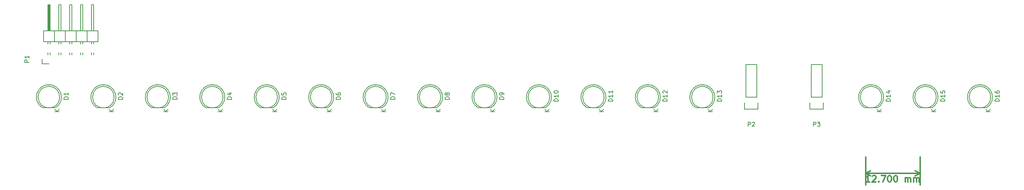
<source format=gbr>
G04 #@! TF.FileFunction,Legend,Top*
%FSLAX46Y46*%
G04 Gerber Fmt 4.6, Leading zero omitted, Abs format (unit mm)*
G04 Created by KiCad (PCBNEW 4.0.2-stable) date Friday, 05 August 2016 'pmt' 13:44:12*
%MOMM*%
G01*
G04 APERTURE LIST*
%ADD10C,0.100000*%
%ADD11C,0.300000*%
%ADD12C,0.150000*%
G04 APERTURE END LIST*
D10*
D11*
X242292858Y-132838571D02*
X241435715Y-132838571D01*
X241864287Y-132838571D02*
X241864287Y-131338571D01*
X241721430Y-131552857D01*
X241578572Y-131695714D01*
X241435715Y-131767143D01*
X242864286Y-131481429D02*
X242935715Y-131410000D01*
X243078572Y-131338571D01*
X243435715Y-131338571D01*
X243578572Y-131410000D01*
X243650001Y-131481429D01*
X243721429Y-131624286D01*
X243721429Y-131767143D01*
X243650001Y-131981429D01*
X242792858Y-132838571D01*
X243721429Y-132838571D01*
X244364286Y-132695714D02*
X244435714Y-132767143D01*
X244364286Y-132838571D01*
X244292857Y-132767143D01*
X244364286Y-132695714D01*
X244364286Y-132838571D01*
X244935715Y-131338571D02*
X245935715Y-131338571D01*
X245292858Y-132838571D01*
X246792857Y-131338571D02*
X246935714Y-131338571D01*
X247078571Y-131410000D01*
X247150000Y-131481429D01*
X247221429Y-131624286D01*
X247292857Y-131910000D01*
X247292857Y-132267143D01*
X247221429Y-132552857D01*
X247150000Y-132695714D01*
X247078571Y-132767143D01*
X246935714Y-132838571D01*
X246792857Y-132838571D01*
X246650000Y-132767143D01*
X246578571Y-132695714D01*
X246507143Y-132552857D01*
X246435714Y-132267143D01*
X246435714Y-131910000D01*
X246507143Y-131624286D01*
X246578571Y-131481429D01*
X246650000Y-131410000D01*
X246792857Y-131338571D01*
X248221428Y-131338571D02*
X248364285Y-131338571D01*
X248507142Y-131410000D01*
X248578571Y-131481429D01*
X248650000Y-131624286D01*
X248721428Y-131910000D01*
X248721428Y-132267143D01*
X248650000Y-132552857D01*
X248578571Y-132695714D01*
X248507142Y-132767143D01*
X248364285Y-132838571D01*
X248221428Y-132838571D01*
X248078571Y-132767143D01*
X248007142Y-132695714D01*
X247935714Y-132552857D01*
X247864285Y-132267143D01*
X247864285Y-131910000D01*
X247935714Y-131624286D01*
X248007142Y-131481429D01*
X248078571Y-131410000D01*
X248221428Y-131338571D01*
X250507142Y-132838571D02*
X250507142Y-131838571D01*
X250507142Y-131981429D02*
X250578570Y-131910000D01*
X250721428Y-131838571D01*
X250935713Y-131838571D01*
X251078570Y-131910000D01*
X251149999Y-132052857D01*
X251149999Y-132838571D01*
X251149999Y-132052857D02*
X251221428Y-131910000D01*
X251364285Y-131838571D01*
X251578570Y-131838571D01*
X251721428Y-131910000D01*
X251792856Y-132052857D01*
X251792856Y-132838571D01*
X252507142Y-132838571D02*
X252507142Y-131838571D01*
X252507142Y-131981429D02*
X252578570Y-131910000D01*
X252721428Y-131838571D01*
X252935713Y-131838571D01*
X253078570Y-131910000D01*
X253149999Y-132052857D01*
X253149999Y-132838571D01*
X253149999Y-132052857D02*
X253221428Y-131910000D01*
X253364285Y-131838571D01*
X253578570Y-131838571D01*
X253721428Y-131910000D01*
X253792856Y-132052857D01*
X253792856Y-132838571D01*
X241300000Y-130810000D02*
X254000000Y-130810000D01*
X241300000Y-127000000D02*
X241300000Y-133510000D01*
X254000000Y-127000000D02*
X254000000Y-133510000D01*
X254000000Y-130810000D02*
X252873496Y-131396421D01*
X254000000Y-130810000D02*
X252873496Y-130223579D01*
X241300000Y-130810000D02*
X242426504Y-131396421D01*
X241300000Y-130810000D02*
X242426504Y-130223579D01*
D12*
X215900000Y-113030000D02*
X215900000Y-105410000D01*
X213360000Y-113030000D02*
X213360000Y-105410000D01*
X213080000Y-115850000D02*
X213080000Y-114300000D01*
X215900000Y-105410000D02*
X213360000Y-105410000D01*
X213360000Y-113030000D02*
X215900000Y-113030000D01*
X216180000Y-114300000D02*
X216180000Y-115850000D01*
X216180000Y-115850000D02*
X213080000Y-115850000D01*
X52324904Y-115514888D02*
G75*
G03X49300000Y-115530000I-1524904J2484888D01*
G01*
X52300000Y-115530000D02*
X49300000Y-115530000D01*
X53317936Y-113030000D02*
G75*
G03X53317936Y-113030000I-2517936J0D01*
G01*
X65024904Y-115514888D02*
G75*
G03X62000000Y-115530000I-1524904J2484888D01*
G01*
X65000000Y-115530000D02*
X62000000Y-115530000D01*
X66017936Y-113030000D02*
G75*
G03X66017936Y-113030000I-2517936J0D01*
G01*
X77724904Y-115514888D02*
G75*
G03X74700000Y-115530000I-1524904J2484888D01*
G01*
X77700000Y-115530000D02*
X74700000Y-115530000D01*
X78717936Y-113030000D02*
G75*
G03X78717936Y-113030000I-2517936J0D01*
G01*
X90424904Y-115514888D02*
G75*
G03X87400000Y-115530000I-1524904J2484888D01*
G01*
X90400000Y-115530000D02*
X87400000Y-115530000D01*
X91417936Y-113030000D02*
G75*
G03X91417936Y-113030000I-2517936J0D01*
G01*
X103124904Y-115514888D02*
G75*
G03X100100000Y-115530000I-1524904J2484888D01*
G01*
X103100000Y-115530000D02*
X100100000Y-115530000D01*
X104117936Y-113030000D02*
G75*
G03X104117936Y-113030000I-2517936J0D01*
G01*
X115824904Y-115514888D02*
G75*
G03X112800000Y-115530000I-1524904J2484888D01*
G01*
X115800000Y-115530000D02*
X112800000Y-115530000D01*
X116817936Y-113030000D02*
G75*
G03X116817936Y-113030000I-2517936J0D01*
G01*
X128524904Y-115514888D02*
G75*
G03X125500000Y-115530000I-1524904J2484888D01*
G01*
X128500000Y-115530000D02*
X125500000Y-115530000D01*
X129517936Y-113030000D02*
G75*
G03X129517936Y-113030000I-2517936J0D01*
G01*
X141224904Y-115514888D02*
G75*
G03X138200000Y-115530000I-1524904J2484888D01*
G01*
X141200000Y-115530000D02*
X138200000Y-115530000D01*
X142217936Y-113030000D02*
G75*
G03X142217936Y-113030000I-2517936J0D01*
G01*
X153924904Y-115514888D02*
G75*
G03X150900000Y-115530000I-1524904J2484888D01*
G01*
X153900000Y-115530000D02*
X150900000Y-115530000D01*
X154917936Y-113030000D02*
G75*
G03X154917936Y-113030000I-2517936J0D01*
G01*
X166624904Y-115514888D02*
G75*
G03X163600000Y-115530000I-1524904J2484888D01*
G01*
X166600000Y-115530000D02*
X163600000Y-115530000D01*
X167617936Y-113030000D02*
G75*
G03X167617936Y-113030000I-2517936J0D01*
G01*
X179324904Y-115514888D02*
G75*
G03X176300000Y-115530000I-1524904J2484888D01*
G01*
X179300000Y-115530000D02*
X176300000Y-115530000D01*
X180317936Y-113030000D02*
G75*
G03X180317936Y-113030000I-2517936J0D01*
G01*
X192024904Y-115514888D02*
G75*
G03X189000000Y-115530000I-1524904J2484888D01*
G01*
X192000000Y-115530000D02*
X189000000Y-115530000D01*
X193017936Y-113030000D02*
G75*
G03X193017936Y-113030000I-2517936J0D01*
G01*
X204724904Y-115514888D02*
G75*
G03X201700000Y-115530000I-1524904J2484888D01*
G01*
X204700000Y-115530000D02*
X201700000Y-115530000D01*
X205717936Y-113030000D02*
G75*
G03X205717936Y-113030000I-2517936J0D01*
G01*
X244094904Y-115514888D02*
G75*
G03X241070000Y-115530000I-1524904J2484888D01*
G01*
X244070000Y-115530000D02*
X241070000Y-115530000D01*
X245087936Y-113030000D02*
G75*
G03X245087936Y-113030000I-2517936J0D01*
G01*
X256794904Y-115514888D02*
G75*
G03X253770000Y-115530000I-1524904J2484888D01*
G01*
X256770000Y-115530000D02*
X253770000Y-115530000D01*
X257787936Y-113030000D02*
G75*
G03X257787936Y-113030000I-2517936J0D01*
G01*
X269494904Y-115514888D02*
G75*
G03X266470000Y-115530000I-1524904J2484888D01*
G01*
X269470000Y-115530000D02*
X266470000Y-115530000D01*
X270487936Y-113030000D02*
G75*
G03X270487936Y-113030000I-2517936J0D01*
G01*
X61214000Y-102616000D02*
X61214000Y-103124000D01*
X60706000Y-102616000D02*
X60706000Y-103124000D01*
X58674000Y-102616000D02*
X58674000Y-103124000D01*
X58166000Y-102616000D02*
X58166000Y-103124000D01*
X50546000Y-102616000D02*
X50546000Y-103124000D01*
X51054000Y-102616000D02*
X51054000Y-103124000D01*
X56134000Y-102616000D02*
X56134000Y-103124000D01*
X55626000Y-102616000D02*
X55626000Y-103124000D01*
X53594000Y-102616000D02*
X53594000Y-103124000D01*
X53086000Y-102616000D02*
X53086000Y-103124000D01*
X61214000Y-100076000D02*
X61214000Y-100584000D01*
X60706000Y-100076000D02*
X60706000Y-100584000D01*
X50546000Y-100076000D02*
X50546000Y-100584000D01*
X51054000Y-100076000D02*
X51054000Y-100584000D01*
X53086000Y-100076000D02*
X53086000Y-100584000D01*
X53594000Y-100076000D02*
X53594000Y-100584000D01*
X58674000Y-100076000D02*
X58674000Y-100584000D01*
X58166000Y-100076000D02*
X58166000Y-100584000D01*
X56134000Y-100076000D02*
X56134000Y-100584000D01*
X55626000Y-100076000D02*
X55626000Y-100584000D01*
X49250000Y-104140000D02*
X49250000Y-105290000D01*
X49250000Y-105290000D02*
X50800000Y-105290000D01*
X50673000Y-97536000D02*
X50673000Y-91567000D01*
X50673000Y-91567000D02*
X50927000Y-91567000D01*
X50927000Y-91567000D02*
X50927000Y-97409000D01*
X50927000Y-97409000D02*
X50800000Y-97409000D01*
X50800000Y-97409000D02*
X50800000Y-91567000D01*
X59690000Y-100076000D02*
X59690000Y-97536000D01*
X59690000Y-100076000D02*
X62230000Y-100076000D01*
X60706000Y-97536000D02*
X60706000Y-91440000D01*
X60706000Y-91440000D02*
X61214000Y-91440000D01*
X61214000Y-91440000D02*
X61214000Y-97536000D01*
X62230000Y-97536000D02*
X59690000Y-97536000D01*
X62230000Y-100076000D02*
X62230000Y-97536000D01*
X54610000Y-100076000D02*
X54610000Y-97536000D01*
X54610000Y-100076000D02*
X57150000Y-100076000D01*
X57150000Y-100076000D02*
X57150000Y-97536000D01*
X55626000Y-97536000D02*
X55626000Y-91440000D01*
X55626000Y-91440000D02*
X56134000Y-91440000D01*
X56134000Y-91440000D02*
X56134000Y-97536000D01*
X57150000Y-97536000D02*
X54610000Y-97536000D01*
X59690000Y-97536000D02*
X57150000Y-97536000D01*
X58674000Y-91440000D02*
X58674000Y-97536000D01*
X58166000Y-91440000D02*
X58674000Y-91440000D01*
X58166000Y-97536000D02*
X58166000Y-91440000D01*
X59690000Y-100076000D02*
X59690000Y-97536000D01*
X57150000Y-100076000D02*
X59690000Y-100076000D01*
X57150000Y-100076000D02*
X57150000Y-97536000D01*
X52070000Y-100076000D02*
X52070000Y-97536000D01*
X52070000Y-100076000D02*
X54610000Y-100076000D01*
X54610000Y-100076000D02*
X54610000Y-97536000D01*
X53086000Y-97536000D02*
X53086000Y-91440000D01*
X53086000Y-91440000D02*
X53594000Y-91440000D01*
X53594000Y-91440000D02*
X53594000Y-97536000D01*
X54610000Y-97536000D02*
X52070000Y-97536000D01*
X52070000Y-97536000D02*
X49530000Y-97536000D01*
X51054000Y-91440000D02*
X51054000Y-97536000D01*
X50546000Y-91440000D02*
X51054000Y-91440000D01*
X50546000Y-97536000D02*
X50546000Y-91440000D01*
X52070000Y-100076000D02*
X52070000Y-97536000D01*
X49530000Y-100076000D02*
X52070000Y-100076000D01*
X49530000Y-100076000D02*
X49530000Y-97536000D01*
X231140000Y-113030000D02*
X231140000Y-105410000D01*
X228600000Y-113030000D02*
X228600000Y-105410000D01*
X228320000Y-115850000D02*
X228320000Y-114300000D01*
X231140000Y-105410000D02*
X228600000Y-105410000D01*
X228600000Y-113030000D02*
X231140000Y-113030000D01*
X231420000Y-114300000D02*
X231420000Y-115850000D01*
X231420000Y-115850000D02*
X228320000Y-115850000D01*
X213891905Y-119852381D02*
X213891905Y-118852381D01*
X214272858Y-118852381D01*
X214368096Y-118900000D01*
X214415715Y-118947619D01*
X214463334Y-119042857D01*
X214463334Y-119185714D01*
X214415715Y-119280952D01*
X214368096Y-119328571D01*
X214272858Y-119376190D01*
X213891905Y-119376190D01*
X214844286Y-118947619D02*
X214891905Y-118900000D01*
X214987143Y-118852381D01*
X215225239Y-118852381D01*
X215320477Y-118900000D01*
X215368096Y-118947619D01*
X215415715Y-119042857D01*
X215415715Y-119138095D01*
X215368096Y-119280952D01*
X214796667Y-119852381D01*
X215415715Y-119852381D01*
X55316381Y-113514095D02*
X54316381Y-113514095D01*
X54316381Y-113276000D01*
X54364000Y-113133142D01*
X54459238Y-113037904D01*
X54554476Y-112990285D01*
X54744952Y-112942666D01*
X54887810Y-112942666D01*
X55078286Y-112990285D01*
X55173524Y-113037904D01*
X55268762Y-113133142D01*
X55316381Y-113276000D01*
X55316381Y-113514095D01*
X55316381Y-111990285D02*
X55316381Y-112561714D01*
X55316381Y-112276000D02*
X54316381Y-112276000D01*
X54459238Y-112371238D01*
X54554476Y-112466476D01*
X54602095Y-112561714D01*
X53157381Y-116466905D02*
X52157381Y-116466905D01*
X53157381Y-115895476D02*
X52585952Y-116324048D01*
X52157381Y-115895476D02*
X52728810Y-116466905D01*
X68016381Y-113514095D02*
X67016381Y-113514095D01*
X67016381Y-113276000D01*
X67064000Y-113133142D01*
X67159238Y-113037904D01*
X67254476Y-112990285D01*
X67444952Y-112942666D01*
X67587810Y-112942666D01*
X67778286Y-112990285D01*
X67873524Y-113037904D01*
X67968762Y-113133142D01*
X68016381Y-113276000D01*
X68016381Y-113514095D01*
X67111619Y-112561714D02*
X67064000Y-112514095D01*
X67016381Y-112418857D01*
X67016381Y-112180761D01*
X67064000Y-112085523D01*
X67111619Y-112037904D01*
X67206857Y-111990285D01*
X67302095Y-111990285D01*
X67444952Y-112037904D01*
X68016381Y-112609333D01*
X68016381Y-111990285D01*
X65857381Y-116466905D02*
X64857381Y-116466905D01*
X65857381Y-115895476D02*
X65285952Y-116324048D01*
X64857381Y-115895476D02*
X65428810Y-116466905D01*
X80716381Y-113514095D02*
X79716381Y-113514095D01*
X79716381Y-113276000D01*
X79764000Y-113133142D01*
X79859238Y-113037904D01*
X79954476Y-112990285D01*
X80144952Y-112942666D01*
X80287810Y-112942666D01*
X80478286Y-112990285D01*
X80573524Y-113037904D01*
X80668762Y-113133142D01*
X80716381Y-113276000D01*
X80716381Y-113514095D01*
X79716381Y-112609333D02*
X79716381Y-111990285D01*
X80097333Y-112323619D01*
X80097333Y-112180761D01*
X80144952Y-112085523D01*
X80192571Y-112037904D01*
X80287810Y-111990285D01*
X80525905Y-111990285D01*
X80621143Y-112037904D01*
X80668762Y-112085523D01*
X80716381Y-112180761D01*
X80716381Y-112466476D01*
X80668762Y-112561714D01*
X80621143Y-112609333D01*
X78557381Y-116466905D02*
X77557381Y-116466905D01*
X78557381Y-115895476D02*
X77985952Y-116324048D01*
X77557381Y-115895476D02*
X78128810Y-116466905D01*
X93416381Y-113514095D02*
X92416381Y-113514095D01*
X92416381Y-113276000D01*
X92464000Y-113133142D01*
X92559238Y-113037904D01*
X92654476Y-112990285D01*
X92844952Y-112942666D01*
X92987810Y-112942666D01*
X93178286Y-112990285D01*
X93273524Y-113037904D01*
X93368762Y-113133142D01*
X93416381Y-113276000D01*
X93416381Y-113514095D01*
X92749714Y-112085523D02*
X93416381Y-112085523D01*
X92368762Y-112323619D02*
X93083048Y-112561714D01*
X93083048Y-111942666D01*
X91257381Y-116466905D02*
X90257381Y-116466905D01*
X91257381Y-115895476D02*
X90685952Y-116324048D01*
X90257381Y-115895476D02*
X90828810Y-116466905D01*
X106116381Y-113514095D02*
X105116381Y-113514095D01*
X105116381Y-113276000D01*
X105164000Y-113133142D01*
X105259238Y-113037904D01*
X105354476Y-112990285D01*
X105544952Y-112942666D01*
X105687810Y-112942666D01*
X105878286Y-112990285D01*
X105973524Y-113037904D01*
X106068762Y-113133142D01*
X106116381Y-113276000D01*
X106116381Y-113514095D01*
X105116381Y-112037904D02*
X105116381Y-112514095D01*
X105592571Y-112561714D01*
X105544952Y-112514095D01*
X105497333Y-112418857D01*
X105497333Y-112180761D01*
X105544952Y-112085523D01*
X105592571Y-112037904D01*
X105687810Y-111990285D01*
X105925905Y-111990285D01*
X106021143Y-112037904D01*
X106068762Y-112085523D01*
X106116381Y-112180761D01*
X106116381Y-112418857D01*
X106068762Y-112514095D01*
X106021143Y-112561714D01*
X103957381Y-116466905D02*
X102957381Y-116466905D01*
X103957381Y-115895476D02*
X103385952Y-116324048D01*
X102957381Y-115895476D02*
X103528810Y-116466905D01*
X118816381Y-113514095D02*
X117816381Y-113514095D01*
X117816381Y-113276000D01*
X117864000Y-113133142D01*
X117959238Y-113037904D01*
X118054476Y-112990285D01*
X118244952Y-112942666D01*
X118387810Y-112942666D01*
X118578286Y-112990285D01*
X118673524Y-113037904D01*
X118768762Y-113133142D01*
X118816381Y-113276000D01*
X118816381Y-113514095D01*
X117816381Y-112085523D02*
X117816381Y-112276000D01*
X117864000Y-112371238D01*
X117911619Y-112418857D01*
X118054476Y-112514095D01*
X118244952Y-112561714D01*
X118625905Y-112561714D01*
X118721143Y-112514095D01*
X118768762Y-112466476D01*
X118816381Y-112371238D01*
X118816381Y-112180761D01*
X118768762Y-112085523D01*
X118721143Y-112037904D01*
X118625905Y-111990285D01*
X118387810Y-111990285D01*
X118292571Y-112037904D01*
X118244952Y-112085523D01*
X118197333Y-112180761D01*
X118197333Y-112371238D01*
X118244952Y-112466476D01*
X118292571Y-112514095D01*
X118387810Y-112561714D01*
X116657381Y-116466905D02*
X115657381Y-116466905D01*
X116657381Y-115895476D02*
X116085952Y-116324048D01*
X115657381Y-115895476D02*
X116228810Y-116466905D01*
X131516381Y-113514095D02*
X130516381Y-113514095D01*
X130516381Y-113276000D01*
X130564000Y-113133142D01*
X130659238Y-113037904D01*
X130754476Y-112990285D01*
X130944952Y-112942666D01*
X131087810Y-112942666D01*
X131278286Y-112990285D01*
X131373524Y-113037904D01*
X131468762Y-113133142D01*
X131516381Y-113276000D01*
X131516381Y-113514095D01*
X130516381Y-112609333D02*
X130516381Y-111942666D01*
X131516381Y-112371238D01*
X129357381Y-116466905D02*
X128357381Y-116466905D01*
X129357381Y-115895476D02*
X128785952Y-116324048D01*
X128357381Y-115895476D02*
X128928810Y-116466905D01*
X144216381Y-113514095D02*
X143216381Y-113514095D01*
X143216381Y-113276000D01*
X143264000Y-113133142D01*
X143359238Y-113037904D01*
X143454476Y-112990285D01*
X143644952Y-112942666D01*
X143787810Y-112942666D01*
X143978286Y-112990285D01*
X144073524Y-113037904D01*
X144168762Y-113133142D01*
X144216381Y-113276000D01*
X144216381Y-113514095D01*
X143644952Y-112371238D02*
X143597333Y-112466476D01*
X143549714Y-112514095D01*
X143454476Y-112561714D01*
X143406857Y-112561714D01*
X143311619Y-112514095D01*
X143264000Y-112466476D01*
X143216381Y-112371238D01*
X143216381Y-112180761D01*
X143264000Y-112085523D01*
X143311619Y-112037904D01*
X143406857Y-111990285D01*
X143454476Y-111990285D01*
X143549714Y-112037904D01*
X143597333Y-112085523D01*
X143644952Y-112180761D01*
X143644952Y-112371238D01*
X143692571Y-112466476D01*
X143740190Y-112514095D01*
X143835429Y-112561714D01*
X144025905Y-112561714D01*
X144121143Y-112514095D01*
X144168762Y-112466476D01*
X144216381Y-112371238D01*
X144216381Y-112180761D01*
X144168762Y-112085523D01*
X144121143Y-112037904D01*
X144025905Y-111990285D01*
X143835429Y-111990285D01*
X143740190Y-112037904D01*
X143692571Y-112085523D01*
X143644952Y-112180761D01*
X142057381Y-116466905D02*
X141057381Y-116466905D01*
X142057381Y-115895476D02*
X141485952Y-116324048D01*
X141057381Y-115895476D02*
X141628810Y-116466905D01*
X156916381Y-113514095D02*
X155916381Y-113514095D01*
X155916381Y-113276000D01*
X155964000Y-113133142D01*
X156059238Y-113037904D01*
X156154476Y-112990285D01*
X156344952Y-112942666D01*
X156487810Y-112942666D01*
X156678286Y-112990285D01*
X156773524Y-113037904D01*
X156868762Y-113133142D01*
X156916381Y-113276000D01*
X156916381Y-113514095D01*
X156916381Y-112466476D02*
X156916381Y-112276000D01*
X156868762Y-112180761D01*
X156821143Y-112133142D01*
X156678286Y-112037904D01*
X156487810Y-111990285D01*
X156106857Y-111990285D01*
X156011619Y-112037904D01*
X155964000Y-112085523D01*
X155916381Y-112180761D01*
X155916381Y-112371238D01*
X155964000Y-112466476D01*
X156011619Y-112514095D01*
X156106857Y-112561714D01*
X156344952Y-112561714D01*
X156440190Y-112514095D01*
X156487810Y-112466476D01*
X156535429Y-112371238D01*
X156535429Y-112180761D01*
X156487810Y-112085523D01*
X156440190Y-112037904D01*
X156344952Y-111990285D01*
X154757381Y-116466905D02*
X153757381Y-116466905D01*
X154757381Y-115895476D02*
X154185952Y-116324048D01*
X153757381Y-115895476D02*
X154328810Y-116466905D01*
X169616381Y-113990286D02*
X168616381Y-113990286D01*
X168616381Y-113752191D01*
X168664000Y-113609333D01*
X168759238Y-113514095D01*
X168854476Y-113466476D01*
X169044952Y-113418857D01*
X169187810Y-113418857D01*
X169378286Y-113466476D01*
X169473524Y-113514095D01*
X169568762Y-113609333D01*
X169616381Y-113752191D01*
X169616381Y-113990286D01*
X169616381Y-112466476D02*
X169616381Y-113037905D01*
X169616381Y-112752191D02*
X168616381Y-112752191D01*
X168759238Y-112847429D01*
X168854476Y-112942667D01*
X168902095Y-113037905D01*
X168616381Y-111847429D02*
X168616381Y-111752190D01*
X168664000Y-111656952D01*
X168711619Y-111609333D01*
X168806857Y-111561714D01*
X168997333Y-111514095D01*
X169235429Y-111514095D01*
X169425905Y-111561714D01*
X169521143Y-111609333D01*
X169568762Y-111656952D01*
X169616381Y-111752190D01*
X169616381Y-111847429D01*
X169568762Y-111942667D01*
X169521143Y-111990286D01*
X169425905Y-112037905D01*
X169235429Y-112085524D01*
X168997333Y-112085524D01*
X168806857Y-112037905D01*
X168711619Y-111990286D01*
X168664000Y-111942667D01*
X168616381Y-111847429D01*
X167457381Y-116466905D02*
X166457381Y-116466905D01*
X167457381Y-115895476D02*
X166885952Y-116324048D01*
X166457381Y-115895476D02*
X167028810Y-116466905D01*
X182316381Y-113990286D02*
X181316381Y-113990286D01*
X181316381Y-113752191D01*
X181364000Y-113609333D01*
X181459238Y-113514095D01*
X181554476Y-113466476D01*
X181744952Y-113418857D01*
X181887810Y-113418857D01*
X182078286Y-113466476D01*
X182173524Y-113514095D01*
X182268762Y-113609333D01*
X182316381Y-113752191D01*
X182316381Y-113990286D01*
X182316381Y-112466476D02*
X182316381Y-113037905D01*
X182316381Y-112752191D02*
X181316381Y-112752191D01*
X181459238Y-112847429D01*
X181554476Y-112942667D01*
X181602095Y-113037905D01*
X182316381Y-111514095D02*
X182316381Y-112085524D01*
X182316381Y-111799810D02*
X181316381Y-111799810D01*
X181459238Y-111895048D01*
X181554476Y-111990286D01*
X181602095Y-112085524D01*
X180157381Y-116466905D02*
X179157381Y-116466905D01*
X180157381Y-115895476D02*
X179585952Y-116324048D01*
X179157381Y-115895476D02*
X179728810Y-116466905D01*
X195016381Y-113990286D02*
X194016381Y-113990286D01*
X194016381Y-113752191D01*
X194064000Y-113609333D01*
X194159238Y-113514095D01*
X194254476Y-113466476D01*
X194444952Y-113418857D01*
X194587810Y-113418857D01*
X194778286Y-113466476D01*
X194873524Y-113514095D01*
X194968762Y-113609333D01*
X195016381Y-113752191D01*
X195016381Y-113990286D01*
X195016381Y-112466476D02*
X195016381Y-113037905D01*
X195016381Y-112752191D02*
X194016381Y-112752191D01*
X194159238Y-112847429D01*
X194254476Y-112942667D01*
X194302095Y-113037905D01*
X194111619Y-112085524D02*
X194064000Y-112037905D01*
X194016381Y-111942667D01*
X194016381Y-111704571D01*
X194064000Y-111609333D01*
X194111619Y-111561714D01*
X194206857Y-111514095D01*
X194302095Y-111514095D01*
X194444952Y-111561714D01*
X195016381Y-112133143D01*
X195016381Y-111514095D01*
X192857381Y-116466905D02*
X191857381Y-116466905D01*
X192857381Y-115895476D02*
X192285952Y-116324048D01*
X191857381Y-115895476D02*
X192428810Y-116466905D01*
X207716381Y-113990286D02*
X206716381Y-113990286D01*
X206716381Y-113752191D01*
X206764000Y-113609333D01*
X206859238Y-113514095D01*
X206954476Y-113466476D01*
X207144952Y-113418857D01*
X207287810Y-113418857D01*
X207478286Y-113466476D01*
X207573524Y-113514095D01*
X207668762Y-113609333D01*
X207716381Y-113752191D01*
X207716381Y-113990286D01*
X207716381Y-112466476D02*
X207716381Y-113037905D01*
X207716381Y-112752191D02*
X206716381Y-112752191D01*
X206859238Y-112847429D01*
X206954476Y-112942667D01*
X207002095Y-113037905D01*
X206716381Y-112133143D02*
X206716381Y-111514095D01*
X207097333Y-111847429D01*
X207097333Y-111704571D01*
X207144952Y-111609333D01*
X207192571Y-111561714D01*
X207287810Y-111514095D01*
X207525905Y-111514095D01*
X207621143Y-111561714D01*
X207668762Y-111609333D01*
X207716381Y-111704571D01*
X207716381Y-111990286D01*
X207668762Y-112085524D01*
X207621143Y-112133143D01*
X205557381Y-116466905D02*
X204557381Y-116466905D01*
X205557381Y-115895476D02*
X204985952Y-116324048D01*
X204557381Y-115895476D02*
X205128810Y-116466905D01*
X247086381Y-113990286D02*
X246086381Y-113990286D01*
X246086381Y-113752191D01*
X246134000Y-113609333D01*
X246229238Y-113514095D01*
X246324476Y-113466476D01*
X246514952Y-113418857D01*
X246657810Y-113418857D01*
X246848286Y-113466476D01*
X246943524Y-113514095D01*
X247038762Y-113609333D01*
X247086381Y-113752191D01*
X247086381Y-113990286D01*
X247086381Y-112466476D02*
X247086381Y-113037905D01*
X247086381Y-112752191D02*
X246086381Y-112752191D01*
X246229238Y-112847429D01*
X246324476Y-112942667D01*
X246372095Y-113037905D01*
X246419714Y-111609333D02*
X247086381Y-111609333D01*
X246038762Y-111847429D02*
X246753048Y-112085524D01*
X246753048Y-111466476D01*
X244927381Y-116466905D02*
X243927381Y-116466905D01*
X244927381Y-115895476D02*
X244355952Y-116324048D01*
X243927381Y-115895476D02*
X244498810Y-116466905D01*
X259786381Y-113990286D02*
X258786381Y-113990286D01*
X258786381Y-113752191D01*
X258834000Y-113609333D01*
X258929238Y-113514095D01*
X259024476Y-113466476D01*
X259214952Y-113418857D01*
X259357810Y-113418857D01*
X259548286Y-113466476D01*
X259643524Y-113514095D01*
X259738762Y-113609333D01*
X259786381Y-113752191D01*
X259786381Y-113990286D01*
X259786381Y-112466476D02*
X259786381Y-113037905D01*
X259786381Y-112752191D02*
X258786381Y-112752191D01*
X258929238Y-112847429D01*
X259024476Y-112942667D01*
X259072095Y-113037905D01*
X258786381Y-111561714D02*
X258786381Y-112037905D01*
X259262571Y-112085524D01*
X259214952Y-112037905D01*
X259167333Y-111942667D01*
X259167333Y-111704571D01*
X259214952Y-111609333D01*
X259262571Y-111561714D01*
X259357810Y-111514095D01*
X259595905Y-111514095D01*
X259691143Y-111561714D01*
X259738762Y-111609333D01*
X259786381Y-111704571D01*
X259786381Y-111942667D01*
X259738762Y-112037905D01*
X259691143Y-112085524D01*
X257627381Y-116466905D02*
X256627381Y-116466905D01*
X257627381Y-115895476D02*
X257055952Y-116324048D01*
X256627381Y-115895476D02*
X257198810Y-116466905D01*
X272486381Y-113990286D02*
X271486381Y-113990286D01*
X271486381Y-113752191D01*
X271534000Y-113609333D01*
X271629238Y-113514095D01*
X271724476Y-113466476D01*
X271914952Y-113418857D01*
X272057810Y-113418857D01*
X272248286Y-113466476D01*
X272343524Y-113514095D01*
X272438762Y-113609333D01*
X272486381Y-113752191D01*
X272486381Y-113990286D01*
X272486381Y-112466476D02*
X272486381Y-113037905D01*
X272486381Y-112752191D02*
X271486381Y-112752191D01*
X271629238Y-112847429D01*
X271724476Y-112942667D01*
X271772095Y-113037905D01*
X271486381Y-111609333D02*
X271486381Y-111799810D01*
X271534000Y-111895048D01*
X271581619Y-111942667D01*
X271724476Y-112037905D01*
X271914952Y-112085524D01*
X272295905Y-112085524D01*
X272391143Y-112037905D01*
X272438762Y-111990286D01*
X272486381Y-111895048D01*
X272486381Y-111704571D01*
X272438762Y-111609333D01*
X272391143Y-111561714D01*
X272295905Y-111514095D01*
X272057810Y-111514095D01*
X271962571Y-111561714D01*
X271914952Y-111609333D01*
X271867333Y-111704571D01*
X271867333Y-111895048D01*
X271914952Y-111990286D01*
X271962571Y-112037905D01*
X272057810Y-112085524D01*
X270327381Y-116466905D02*
X269327381Y-116466905D01*
X270327381Y-115895476D02*
X269755952Y-116324048D01*
X269327381Y-115895476D02*
X269898810Y-116466905D01*
X46152381Y-104878095D02*
X45152381Y-104878095D01*
X45152381Y-104497142D01*
X45200000Y-104401904D01*
X45247619Y-104354285D01*
X45342857Y-104306666D01*
X45485714Y-104306666D01*
X45580952Y-104354285D01*
X45628571Y-104401904D01*
X45676190Y-104497142D01*
X45676190Y-104878095D01*
X46152381Y-103354285D02*
X46152381Y-103925714D01*
X46152381Y-103640000D02*
X45152381Y-103640000D01*
X45295238Y-103735238D01*
X45390476Y-103830476D01*
X45438095Y-103925714D01*
X229131905Y-119852381D02*
X229131905Y-118852381D01*
X229512858Y-118852381D01*
X229608096Y-118900000D01*
X229655715Y-118947619D01*
X229703334Y-119042857D01*
X229703334Y-119185714D01*
X229655715Y-119280952D01*
X229608096Y-119328571D01*
X229512858Y-119376190D01*
X229131905Y-119376190D01*
X230036667Y-118852381D02*
X230655715Y-118852381D01*
X230322381Y-119233333D01*
X230465239Y-119233333D01*
X230560477Y-119280952D01*
X230608096Y-119328571D01*
X230655715Y-119423810D01*
X230655715Y-119661905D01*
X230608096Y-119757143D01*
X230560477Y-119804762D01*
X230465239Y-119852381D01*
X230179524Y-119852381D01*
X230084286Y-119804762D01*
X230036667Y-119757143D01*
M02*

</source>
